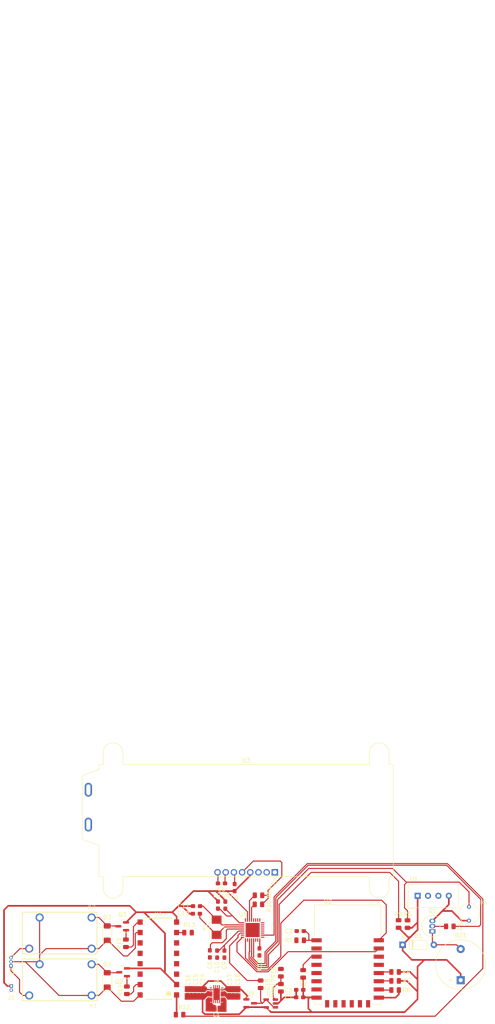
<source format=kicad_pcb>
(kicad_pcb (version 20221018) (generator pcbnew)
  (layers (0 "F.Cu" signal) (31 "B.Cu" signal) (34 "B.Paste" user) (35 "F.Paste" user) (36 "B.SilkS" user "B.Silkscreen") (37 "F.SilkS" user "F.Silkscreen") (38 "B.Mask" user) (39 "F.Mask" user) (44 "Edge.Cuts" user))
  (net 0 "")
  (net 1 "VDD")
  (net 2 "Net-(BZ1-+)")
  (net 3 "GND")
  (net 4 "Net-(U2-~{RST})")
  (net 5 "Net-(U3-VOUT)")
  (net 6 "Net-(U3-C1+)")
  (net 7 "Net-(U3-C1-)")
  (net 8 "Net-(U5-NRST)")
  (net 9 "VDDA")
  (net 10 "Net-(U5-PF0)")
  (net 11 "Net-(U5-PF1)")
  (net 12 "Net-(U5-NPOR)")
  (net 13 "+BATT")
  (net 15 "/COM_V1")
  (net 16 "Net-(D2-A)")
  (net 17 "Net-(D3-A)")
  (net 18 "Net-(D4-COM)")
  (net 19 "/Relay1_NO")
  (net 20 "/Relay2_NO")
  (net 21 "Net-(U6-L1_8)")
  (net 22 "Net-(U6-L2_6)")
  (net 23 "Net-(Q1-B)")
  (net 24 "Net-(Q2-B)")
  (net 25 "Net-(Q3-B)")
  (net 26 "Net-(U2-EN)")
  (net 27 "Data1")
  (net 28 "Net-(U2-GPIO0)")
  (net 29 "Data2")
  (net 30 "Net-(U2-GPIO2)")
  (net 31 "Net-(U2-GPIO15)")
  (net 32 "Data3")
  (net 33 "SCL")
  (net 34 "SDA")
  (net 35 "Data4")
  (net 36 "Net-(R12-Pad2)")
  (net 37 "Data5")
  (net 38 "Net-(R13-Pad2)")
  (net 39 "Net-(R14-Pad1)")
  (net 40 "Net-(R15-Pad1)")
  (net 41 "Net-(U8-+)")
  (net 42 "/VBAT_ADC")
  (net 57 "USART1_TX")
  (net 58 "USART1_RX")
  (footprint "Buzzer_Beeper:Buzzer_12x9.5RM7.6" (layer "F.Cu") (at 199.9234 115.4076 90)
    (fp_text reference "BZ1")
    (fp_text value "Buzzer")
  )
  (footprint "RF_Module:ESP-12E" (layer "F.Cu") (at 172.317 109.1718)
    (fp_text reference "U2")
    (fp_text value "ESP-12E")
  )
  (footprint "Capacitor_SMD:C_0603_1608Metric_Pad1.08x0.95mm_HandSolder" (layer "F.Cu") (at 144.7094 92.806 -90)
    (fp_text reference "C4")
    (fp_text value "1uf")
  )
  (footprint "Resistor_SMD:R_0805_2012Metric" (layer "F.Cu") (at 118.161 106.4042 90)
    (fp_text reference "R15")
    (fp_text value "470R")
  )
  (footprint "Capacitor_SMD:C_0603_1608Metric_Pad1.08x0.95mm_HandSolder" (layer "F.Cu") (at 150.7744 108.5088 90)
    (fp_text reference "C13")
    (fp_text value "0.1uf")
  )
  (footprint "Capacitor_SMD:C_0603_1608Metric_Pad1.08x0.95mm_HandSolder" (layer "F.Cu") (at 136.8793 118.5282 90)
    (fp_text reference "C14")
    (fp_text value "10 uF 1mR")
  )
  (footprint "Trans_footprint:OJ_OJE_Relay" (layer "F.Cu") (at 109.779 111.535 180)
    (fp_text reference "K1")
    (fp_text value "1461103-1")
  )
  (footprint "Capacitor_SMD:C_0603_1608Metric_Pad1.08x0.95mm_HandSolder" (layer "F.Cu") (at 142.2146 109.0433 -90)
    (fp_text reference "C9")
    (fp_text value "10nf")
  )
  (footprint "Sensor:Aosong_DHT11_5.5x12.0_P2.54mm" (layer "F.Cu") (at 189.4078 94.8082 90)
    (fp_text reference "U1")
    (fp_text value "DHT11")
  )
  (footprint "Diode_SMD:D_MiniMELF" (layer "F.Cu") (at 113.589 115.345 90)
    (fp_text reference "D2")
    (fp_text value "LL4148")
  )
  (footprint "Resistor_SMD:R_0805_2012Metric" (layer "F.Cu") (at 156.0124 117.2662 -90)
    (fp_text reference "R17")
    (fp_text value "100K")
  )
  (footprint "Capacitor_SMD:C_0603_1608Metric_Pad1.08x0.95mm_HandSolder" (layer "F.Cu") (at 160.613 117.7678 180)
    (fp_text reference "C3")
    (fp_text value "1uf")
  )
  (footprint "Diode_SMD:D_MiniMELF" (layer "F.Cu") (at 113.589 103.915 90)
    (fp_text reference "D3")
    (fp_text value "LL4148")
  )
  (footprint "Resistor_SMD:R_0805_2012Metric" (layer "F.Cu") (at 186.944 101.7189 90)
    (fp_text reference "R5")
    (fp_text value "1K")
  )
  (footprint "Capacitor_SMD:C_0603_1608Metric_Pad1.08x0.95mm_HandSolder" (layer "F.Cu") (at 160.613 119.5966 180)
    (fp_text reference "C1")
    (fp_text value "4,7uf")
  )
  (footprint "Capacitor_SMD:C_0603_1608Metric_Pad1.08x0.95mm_HandSolder" (layer "F.Cu") (at 145.3698 118.5373 90)
    (fp_text reference "C18")
    (fp_text value "100nF 1mR")
  )
  (footprint "Capacitor_SMD:C_0603_1608Metric_Pad1.08x0.95mm_HandSolder" (layer "F.Cu") (at 140.4366 109.0433 -90)
    (fp_text reference "C10")
    (fp_text value "1uf")
  )
  (footprint "Capacitor_SMD:C_0603_1608Metric_Pad1.08x0.95mm_HandSolder" (layer "F.Cu") (at 141.5034 91.79 180)
    (fp_text reference "C5")
    (fp_text value "1uf")
  )
  (footprint "Trans_footprint:SSO-16_P2.54" (layer "F.Cu") (at 130.5386 101.2334 180)
    (fp_text reference "U4")
    (fp_text value "LTV-844")
  )
  (footprint "Package_DFN_QFN:QFN-32-1EP_5x5mm_P0.5mm_EP3.45x3.45mm" (layer "F.Cu") (at 149.103 103.1684)
    (fp_text reference "U5")
    (fp_text value "STM32F038K6Ux")
  )
  (footprint "Resistor_SMD:R_0805_2012Metric" (layer "F.Cu") (at 151.0594 116.4026 -90)
    (fp_text reference "R18")
    (fp_text value "200R")
  )
  (footprint "Resistor_SMD:R_0805_2012Metric" (layer "F.Cu") (at 183.9067 115.5834 180)
    (fp_text reference "R7")
    (fp_text value "10K")
  )
  (footprint "Inductor_SMD:L_0603_1608Metric" (layer "F.Cu") (at 140.2829 122.389 180)
    (fp_text reference "L1")
    (fp_text value "1uH 57mR")
  )
  (footprint "Display:NHD-C0220BiZ" (layer "F.Cu") (at 147.5336 73.1778)
    (fp_text reference "U3")
    (fp_text value "NHD-C0220BIZ")
  )
  (footprint "Crystal:Crystal_SMD_5032-2Pin_5.0x3.2mm" (layer "F.Cu") (at 140.3096 102.4932 90)
    (fp_text reference "Y1")
    (fp_text value "ABM3-B.000MHZ-D2Y")
  )
  (footprint "Resistor_SMD:R_0805_2012Metric" (layer "F.Cu") (at 118.395 117.8739 90)
    (fp_text reference "R14")
    (fp_text value "470R")
  )
  (footprint "Package_TO_SOT_SMD:SOT-23" (layer "F.Cu") (at 117.2497 102.2548 180)
    (fp_text reference "Q3")
    (fp_text value "MMBT3904")
  )
  (footprint "Resistor_SMD:R_0805_2012Metric" (layer "F.Cu") (at 160.7165 105.6774)
    (fp_text reference "R1")
    (fp_text value "10K")
  )
  (footprint "Resistor_SMD:R_0805_2012Metric" (layer "F.Cu") (at 183.9048 113.399 180)
    (fp_text reference "R4")
    (fp_text value "10K")
  )
  (footprint "Resistor_SMD:R_0805_2012Metric" (layer "F.Cu") (at 133.3302 103.8042 180)
    (fp_text reference "R13")
    (fp_text value "470R")
  )
  (footprint "IC:IC_TPS63021DSJR" (layer "F.Cu") (at 140.3053 118.817)
    (fp_text reference "U6")
    (fp_text value "TPS63021DSJR")
  )
  (footprint "Diode_THT:D_DO-35_SOD27_P7.62mm_Horizontal" (layer "F.Cu") (at 185.7502 106.7716)
    (fp_text reference "D1")
    (fp_text value "1N4148")
  )
  (footprint "Resistor_SMD:R_0805_2012Metric" (layer "F.Cu") (at 131.2672 123.825 180)
    (fp_text reference "R12")
    (fp_text value "470R")
  )
  (footprint "Trans_footprint:OJ_OJE_Relay" (layer "F.Cu") (at 109.779 100.105 180)
    (fp_text reference "K2")
    (fp_text value "1461103-1")
  )
  (footprint "Package_TO_SOT_THT:TO-92_Inline" (layer "F.Cu") (at 193.0146 103.495 90)
    (fp_text reference "Q1")
    (fp_text value "BC547")
  )
  (footprint "Capacitor_SMD:C_0603_1608Metric_Pad1.08x0.95mm_HandSolder" (layer "F.Cu") (at 133.2471 118.5271 90)
    (fp_text reference "C16")
    (fp_text value "10 uF 1mR")
  )
  (footprint "Connector_PinHeader_1.00mm:PinHeader_1x02_P1.00mm_Vertical" (layer "F.Cu") (at 90.17 116.84)
    (fp_text reference "J1")
    (fp_text value "BAT")
  )
  (footprint "Resistor_SMD:R_0805_2012Metric" (layer "F.Cu") (at 161.4424 113.8682 90)
    (fp_text reference "R2")
    (fp_text value "10K")
  )
  (footprint "Resistor_SMD:R_0805_2012Metric" (layer "F.Cu") (at 197.27315 102.2758 180)
    (fp_text reference "R9")
    (fp_text value "1K")
  )
  (footprint "Resistor_SMD:R_0805_2012Metric" (layer "F.Cu") (at 150.5496 94.6912 180)
    (fp_text reference "R11")
    (fp_text value "10K")
  )
  (footprint "Package_TO_SOT_SMD:SOT-23" (layer "F.Cu") (at 117.4783 113.4816 180)
    (fp_text reference "Q2")
    (fp_text value "MMBT3904")
  )
  (footprint "Capacitor_SMD:C_0603_1608Metric_Pad1.08x0.95mm_HandSolder" (layer "F.Cu") (at 138.6586 108.9914 -90)
    (fp_text reference "C6")
    (fp_text value "100nf")
  )
  (footprint "Resistor_SMD:R_0805_2012Metric" (layer "F.Cu") (at 150.5223 96.901 180)
    (fp_text reference "R10")
    (fp_text value "10K")
  )
  (footprint "Capacitor_SMD:C_0603_1608Metric_Pad1.08x0.95mm_HandSolder" (layer "F.Cu") (at 135.0505 118.5282 90)
    (fp_text reference "C15")
    (fp_text value "10 uF 1mR")
  )
  (footprint "Package_TO_SOT_SMD:SOT-23-5" (layer "F.Cu") (at 153.5431 121.0914 180)
    (fp_text reference "U8")
    (fp_text value "INA180A1")
  )
  (footprint "Capacitor_SMD:C_0603_1608Metric_Pad1.08x0.95mm_HandSolder" (layer "F.Cu") (at 160.7368 103.4232 180)
    (fp_text reference "C2")
    (fp_text value "100uf")
  )
  (footprint "Connector_PinHeader_1.00mm:PinHeader_1x03_P1.00mm_Vertical" (layer "F.Cu") (at 90.094 111.9 180)
    (fp_text reference "J3")
    (fp_text value "V1")
  )
  (footprint "Capacitor_SMD:C_0603_1608Metric_Pad1.08x0.95mm_HandSolder" (layer "F.Cu") (at 142.4432 97.1031 90)
    (fp_text reference "C8")
    (fp_text value "100nf")
  )
  (footprint "Capacitor_SMD:C_0603_1608Metric_Pad1.08x0.95mm_HandSolder" (layer "F.Cu") (at 135.3566 99.187 180)
    (fp_text reference "C12")
    (fp_text value "18pf")
  )
  (footprint "Capacitor_SMD:C_0603_1608Metric_Pad1.08x0.95mm_HandSolder" (layer "F.Cu") (at 135.4074 97.3328 180)
    (fp_text reference "C11")
    (fp_text value "18pf")
  )
  (footprint "Trans_footprint:LDR" (layer "F.Cu") (at 201.9554 97.477 180)
    (fp_text reference "R6")
    (fp_text value "LDR1")
  )
  (footprint "Resistor_SMD:R_0805_2012Metric" (layer "F.Cu") (at 183.9048 117.8186)
    (fp_text reference "R8")
    (fp_text value "10K")
  )
  (footprint "Resistor_SMD:R_0805_2012Metric" (layer "F.Cu") (at 156.0124 113.5851 -90)
    (fp_text reference "R16")
    (fp_text value "100K")
  )
  (footprint "Capacitor_SMD:C_0603_1608Metric_Pad1.08x0.95mm_HandSolder" (layer "F.Cu") (at 140.6398 97.0777 90)
    (fp_text reference "C7")
    (fp_text value "4,7uf")
  )
  (footprint "Capacitor_SMD:C_0603_1608Metric_Pad1.08x0.95mm_HandSolder" (layer "F.Cu") (at 143.414 118.5362 90)
    (fp_text reference "C17")
    (fp_text value "22uF 1mR")
  )
  (footprint "Package_TO_SOT_SMD:SOT-23" (layer "F.Cu") (at 148.5206 121.0464)
    (fp_text reference "D4")
    (fp_text value "BAT54S")
  )
  (footprint "Resistor_SMD:R_0805_2012Metric" (layer "F.Cu") (at 184.7596 101.6935 90)
    (fp_text reference "R3")
    (fp_text value "5K")
  )
  (segment (start 161.4424 117.7347) (end 161.4755 117.7678) (width 0.26) (layer "F.Cu") (net 1))
  (segment (start 161.4755 117.7678) (end 161.4755 119.5966) (width 0.4) (layer "F.Cu") (net 1))
  (segment (start 155.8544 86.3346) (end 156.2354 86.7156) (width 0.26) (layer "F.Cu") (net 1))
  (segment (start 196.5198 110.4546) (end 199.9234 113.8582) (width 0.4) (layer "F.Cu") (net 1))
  (segment (start 184.8173 113.399) (end 187.5528 113.399) (width 0.4) (layer "F.Cu") (net 1))
  (segment (start 152.8572 93.5228) (end 152.8572 94.6912) (width 0.26) (layer "F.Cu") (net 1))
  (segment (start 161.4755 119.5966) (end 163.0736 119.5966) (width 0.4) (layer "F.Cu") (net 1))
  (segment (start 143.8656 99.7458) (end 144.0445 99.5669) (width 0.26) (layer "F.Cu") (net 1))
  (segment (start 187.0837 104.9301) (end 187.5917 104.9301) (width 0.4) (layer "F.Cu") (net 1))
  (segment (start 187.5917 104.9301) (end 185.7502 106.7716) (width 0.4) (layer "F.Cu") (net 1))
  (segment (start 145.896 101.4184) (end 146.6655 101.4184) (width 0.26) (layer "F.Cu") (net 1))
  (segment (start 163.0736 119.5966) (end 164.6418 119.5966) (width 0.4) (layer "F.Cu") (net 1))
  (segment (start 184.7596 102.606) (end 187.0837 104.9301) (width 0.4) (layer "F.Cu") (net 1))
  (segment (start 136.8793 123.1887) (end 137.414 123.7234) (width 0.4) (layer "F.Cu") (net 1))
  (segment (start 152.3606 121.9964) (end 152.4056 122.0414) (width 0.4) (layer "F.Cu") (net 1))
  (segment (start 189.388 115.2342) (end 189.388 112.1) (width 0.4) (layer "F.Cu") (net 1))
  (segment (start 185.7502 106.7716) (end 185.7502 108.194) (width 0.4) (layer "F.Cu") (net 1))
  (segment (start 163.5816 123.2098) (end 153.574 123.2098) (width 0.4) (layer "F.Cu") (net 1))
  (segment (start 146.5336 89.0778) (end 149.2768 86.3346) (width 0.26) (layer "F.Cu") (net 1))
  (segment (start 152.8572 94.6912) (end 151.4621 94.6912) (width 0.26) (layer "F.Cu") (net 1))
  (segment (start 189.4078 103.114) (end 187.5917 104.9301) (width 0.4) (layer "F.Cu") (net 1))
  (segment (start 184.8192 115.5834) (end 186.7654 115.5834) (width 0.4) (layer "F.Cu") (net 1))
  (segment (start 162.718 122.3462) (end 163.5816 123.2098) (width 0.4) (layer "F.Cu") (net 1))
  (segment (start 189.4078 101.2598) (end 189.4078 103.114) (width 0.4) (layer "F.Cu") (net 1))
  (segment (start 152.908 95.4278) (end 152.908 94.742) (width 0.26) (layer "F.Cu") (net 1))
  (segment (start 189.4078 94.8082) (end 189.4078 101.2598) (width 0.4) (layer "F.Cu") (net 1))
  (segment (start 189.388 120.0602) (end 189.388 118.206) (width 0.4) (layer "F.Cu") (net 1))
  (segment (start 187.5528 113.399) (end 189.388 115.2342) (width 0.4) (layer "F.Cu") (net 1))
  (segment (start 188.0108 110.4546) (end 191.0334 110.4546) (width 0.4) (layer "F.Cu") (net 1))
  (segment (start 163.0736 119.5966) (end 162.718 119.9522) (width 0.4) (layer "F.Cu") (net 1))
  (segment (start 151.4348 96.901) (end 152.908 95.4278) (width 0.26) (layer "F.Cu") (net 1))
  (segment (start 145.8561 123.7234) (end 147.5831 121.9964) (width 0.4) (layer "F.Cu") (net 1))
  (segment (start 163.5816 123.2098) (end 186.2384 123.2098) (width 0.4) (layer "F.Cu") (net 1))
  (segment (start 142.4432 97.9656) (end 144.0445 99.5669) (width 0.26) (layer "F.Cu") (net 1))
  (segment (start 152.908 94.742) (end 152.8572 94.6912) (width 0.26) (layer "F.Cu") (net 1))
  (segment (start 140.9932 97.9402) (end 142.7988 99.7458) (width 0.26) (layer "F.Cu") (net 1))
  (segment (start 144.0445 99.5669) (end 145.896 101.4184) (width 0.26) (layer "F.Cu") (net 1))
  (segment (start 147.5831 121.9964) (end 152.3606 121.9964) (width 0.4) (layer "F.Cu") (net 1))
  (segment (start 156.2354 90.1446) (end 152.8572 93.5228) (width 0.26) (layer "F.Cu") (net 1))
  (segment (start 164.6418 119.5966) (end 164.717 119.6718) (width 0.4) (layer "F.Cu") (net 1))
  (segment (start 185.7502 108.194) (end 188.0108 110.4546) (width 0.4) (layer "F.Cu") (net 1))
  (segment (start 186.7654 115.5834) (end 189.388 118.206) (width 0.4) (layer "F.Cu") (net 1))
  (segment (start 161.4424 114.7807) (end 161.4424 117.7347) (width 0.26) (layer "F.Cu") (net 1))
  (segment (start 153.574 123.2098) (end 152.4056 122.0414) (width 0.4) (layer "F.Cu") (net 1))
  (segment (start 188.0362 102.6314) (end 189.4078 101.2598) (width 0.4) (layer "F.Cu") (net 1))
  (segment (start 136.8793 119.3907) (end 136.8793 123.1887) (width 0.4) (layer "F.Cu") (net 1))
  (segment (start 191.0334 110.4546) (end 196.5198 110.4546) (width 0.4) (layer "F.Cu") (net 1))
  (segment (start 149.2768 86.3346) (end 155.8544 86.3346) (width 0.26) (layer "F.Cu") (net 1))
  (segment (start 140.6398 97.9402) (end 140.9932 97.9402) (width 0.26) (layer "F.Cu") (net 1))
  (segment (start 199.9234 113.8582) (end 199.9234 115.4076) (width 0.4) (layer "F.Cu") (net 1))
  (segment (start 142.7988 99.7458) (end 143.8656 99.7458) (width 0.26) (layer "F.Cu") (net 1))
  (segment (start 162.718 119.9522) (end 162.718 122.3462) (width 0.4) (layer "F.Cu") (net 1))
  (segment (start 189.388 115.2342) (end 189.388 118.206) (width 0.4) (layer "F.Cu") (net 1))
  (segment (start 186.2384 123.2098) (end 189.388 120.0602) (width 0.4) (layer "F.Cu") (net 1))
  (segment (start 156.2354 86.7156) (end 156.2354 90.1446) (width 0.26) (layer "F.Cu") (net 1))
  (segment (start 186.944 102.6314) (end 188.0362 102.6314) (width 0.4) (layer "F.Cu") (net 1))
  (segment (start 137.414 123.7234) (end 145.8561 123.7234) (width 0.4) (layer "F.Cu") (net 1))
  (segment (start 189.388 112.1) (end 191.0334 110.4546) (width 0.4) (layer "F.Cu") (net 1))
  (segment (start 193.3702 106.7716) (end 198.8874 106.7716) (width 0.26) (layer "F.Cu") (net 2))
  (segment (start 198.8874 106.7716) (end 199.9234 107.8076) (width 0.26) (layer "F.Cu") (net 2))
  (segment (start 193.0146 106.416) (end 193.3702 106.7716) (width 0.26) (layer "F.Cu") (net 2))
  (segment (start 193.0146 103.495) (end 193.0146 106.416) (width 0.26) (layer "F.Cu") (net 2))
  (segment (start 195.3133 98.6563) (end 193.0146 100.955) (width 0.4) (layer "F.Cu") (net 3))
  (segment (start 118.1872 101.3048) (end 120.6662 98.8258) (width 0.4) (layer "F.Cu") (net 3))
  (segment (start 156.0124 120.422099) (end 156.837899 119.5966) (width 0.4) (layer "F.Cu") (net 3))
  (segment (start 154.6806 121.0914) (end 155.343099 121.0914) (width 0.4) (layer "F.Cu") (net 3))
  (segment (start 122.555 98.8258) (end 129.4948 98.8258) (width 0.4) (layer "F.Cu") (net 3))
  (segment (start 148.5336 89.0778) (end 148.5336 89.8443) (width 0.4) (layer "F.Cu") (net 3))
  (segment (start 200.1248 100.877) (end 197.7644 98.5166) (width 0.4) (layer "F.Cu") (net 3))
  (segment (start 155.343099 121.0914) (end 156.0124 120.422099) (width 0.4) (layer "F.Cu") (net 3))
  (segment (start 197.0278 94.8082) (end 197.0278 96.9418) (width 0.4) (layer "F.Cu") (net 3))
  (segment (start 184.0106 119.6718) (end 179.917 119.6718) (width 0.4) (layer "F.Cu") (net 3))
  (segment (start 140.6398 96.2152) (end 140.6398 96.0815) (width 0.4) (layer "F.Cu") (net 3))
  (segment (start 130.3909 97.9297) (end 132.9817 95.3389) (width 0.4) (layer "F.Cu") (net 3))
  (segment (start 142.4432 96.2406) (end 142.4432 95.9799) (width 0.4) (layer "F.Cu") (net 3))
  (segment (start 130.5386 99.8696) (end 130.5386 101.2334) (width 0.4) (layer "F.Cu") (net 3))
  (segment (start 122.555 98.8258) (end 127.6953 103.9661) (width 0.4) (layer "F.Cu") (net 3))
  (segment (start 118.4158 112.5316) (end 126.5968 112.5316) (width 0.4) (layer "F.Cu") (net 3))
  (segment (start 147.853 98.7227) (end 142.7988 93.6685) (width 0.26) (layer "F.Cu") (net 3))
  (segment (start 132.9817 95.3389) (end 134.6521 93.6685) (width 0.4) (layer "F.Cu") (net 3))
  (segment (start 88.392 116.0272) (end 88.392 98.2726) (width 0.4) (layer "F.Cu") (net 3))
  (segment (start 148.5336 89.8443) (end 144.7094 93.6685) (width 0.4) (layer "F.Cu") (net 3))
  (segment (start 201.9554 100.877) (end 200.1248 100.877) (width 0.4) (layer "F.Cu") (net 3))
  (segment (start 142.367 93.6685) (end 142.7988 93.6685) (width 0.4) (layer "F.Cu") (net 3))
  (segment (start 134.5449 97.3328) (end 131.8768 97.3328) (width 0.4) (layer "F.Cu") (net 3))
  (segment (start 136.8793 117.6657) (end 136.8793 117.0445) (width 0.4) (layer "F.Cu") (net 3))
  (segment (start 89.2048 116.84) (end 88.392 116.0272) (width 0.4) (layer "F.Cu") (net 3))
  (segment (start 134.4941 99.187) (end 133.731 99.187) (width 0.4) (layer "F.Cu") (net 3))
  (segment (start 138.303 115.6208) (end 141.3611 115.6208) (width 0.4) (layer "F.Cu") (net 3))
  (segment (start 129.4948 98.8258) (end 130.5386 99.8696) (width 0.4) (layer "F.Cu") (net 3))
  (segment (start 127.6953 113.6301) (end 130.5386 116.4734) (width 0.4) (layer "F.Cu") (net 3))
  (segment (start 138.2268 93.6685) (end 140.1318 93.6685) (width 0.4) (layer "F.Cu") (net 3))
  (segment (start 131.8768 97.3328) (end 130.9878 97.3328) (width 0.4) (layer "F.Cu") (net 3))
  (segment (start 133.731 99.187) (end 131.8768 97.3328) (width 0.4) (layer "F.Cu") (net 3))
  (segment (start 159.7505 119.5966) (end 159.7505 117.7678) (width 0.4) (layer "F.Cu") (net 3))
  (segment (start 142.7988 93.6685) (end 144.7094 93.6685) (width 0.4) (layer "F.Cu") (net 3))
  (segment (start 156.0124 120.422099) (end 156.0124 118.1787) (width 0.4) (layer "F.Cu") (net 3))
  (segment (start 89.408 97.2566) (end 119.097 97.2566) (width 0.4) (layer "F.Cu") (net 3))
  (segment (start 140.6398 96.0815) (end 138.2268 93.6685) (width 0.4) (layer "F.Cu") (net 3))
  (segment (start 147.5831 119.5233) (end 147.5831 120.0964) (width 0.4) (layer "F.Cu") (net 3))
  (segment (start 127.6953 103.9661) (end 127.6953 113.6301) (width 0.4) (layer "F.Cu") (net 3))
  (segment (start 126.5968 112.5316) (end 127.6953 113.6301) (width 0.4) (layer "F.Cu") (net 3))
  (segment (start 184.8173 117.8186) (end 184.8173 118.8651) (width 0.4) (layer "F.Cu") (net 3))
  (segment (start 156.837899 119.5966) (end 159.7505 119.5966) (width 0.4) (layer "F.Cu") (net 3))
  (segment (start 147.853 100.7309) (end 147.853 98.7227) (width 0.26) (layer "F.Cu") (net 3))
  (segment (start 141.3611 115.6208) (end 143.414 117.6737) (width 0.4) (layer "F.Cu") (net 3))
  (segment (start 184.8173 118.8651) (end 184.0106 119.6718) (width 0.4) (layer "F.Cu") (net 3))
  (segment (start 197.0278 96.9418) (end 195.3133 98.6563) (width 0.4) (layer "F.Cu") (net 3))
  (segment (start 136.8793 117.0445) (end 138.303 115.6208) (width 0.4) (layer "F.Cu") (net 3))
  (segment (start 129.4948 98.8258) (end 130.3909 97.9297) (width 0.4) (layer "F.Cu") (net 3))
  (segment (start 197.7644 98.5166) (end 195.453 98.5166) (width 0.4) (layer "F.Cu") (net 3))
  (segment (start 195.453 98.5166) (end 195.3133 98.6563) (width 0.4) (layer "F.Cu") (net 3))
  (segment (start 119.097 97.2566) (end 120.6662 98.8258) (width 0.4) (layer "F.Cu") (net 3))
  (segment (start 147.8534 119.253) (end 147.5831 119.5233) (width 0.4) (layer "F.Cu") (net 3))
  (segment (start 146.2752 117.6748) (end 147.8534 119.253) (width 0.4) (layer "F.Cu") (net 3))
  (segment (start 120.6662 98.8258) (end 122.555 98.8258) (width 0.4) (layer "F.Cu") (net 3))
  (segment (start 130.9878 97.3328) (end 130.3909 97.9297) (width 0.4) (layer "F.Cu") (net 3))
  (segment (start 88.392 98.2726) (end 89.408 97.2566) (width 0.4) (layer "F.Cu") (net 3))
  (segment (start 134.6521 93.6685) (end 138.2268 93.6685) (width 0.4) (layer "F.Cu") (net 3))
  (segment (start 90.17 116.84) (end 89.2048 116.84) (width 0.4) (layer "F.Cu") (net 3))
  (segment (start 142.4432 95.9799) (end 140.1318 93.6685) (width 0.4) (layer "F.Cu") (net 3))
  (segment (start 140.1318 93.6685) (end 142.367 93.6685) (width 0.4) (layer "F.Cu") (net 3))
  (segment (start 145.3698 117.6748) (end 146.2752 117.6748) (width 0.4) (layer "F.Cu") (net 3))
  (segment (start 162.845 105.6774) (end 164.7114 105.6774) (width 0.26) (layer "F.Cu") (net 4))
  (segment (start 162.0576 103.4232) (end 162.845 104.2106) (width 0.26) (layer "F.Cu") (net 4))
  (segment (start 162.845 104.2106) (end 162.845 105.6774) (width 0.26) (layer "F.Cu") (net 4))
  (segment (start 164.7114 105.6774) (end 164.717 105.6718) (width 0.2) (layer "F.Cu") (net 4))
  (segment (start 161.5993 103.4232) (end 162.0576 103.4232) (width 0.2) (layer "F.Cu") (net 4))
  (segment (start 161.629 105.6774) (end 162.845 105.6774) (width 0.26) (layer "F.Cu") (net 4))
  (segment (start 144.7094 89.2068) (end 144.717 89.1992) (width 0.2) (layer "F.Cu") (net 5))
  (segment (start 144.7094 91.9435) (end 144.7094 89.2068) (width 0.26) (layer "F.Cu") (net 5))
  (segment (start 142.3659 91.79) (end 142.3659 89.5503) (width 0.26) (layer "F.Cu") (net 6))
  (segment (start 142.3659 89.5503) (end 142.717 89.1992) (width 0.2) (layer "F.Cu") (net 6))
  (segment (start 140.6409 89.2753) (end 140.717 89.1992) (width 0.2) (layer "F.Cu") (net 7))
  (segment (start 140.6409 91.79) (end 140.6409 89.2753) (width 0.26) (layer "F.Cu") (net 7))
  (segment (start 138.7856 108.1035) (end 138.7856 106.7562) (width 0.26) (layer "F.Cu") (net 8))
  (segment (start 142.6718 103.251) (end 143.0044 102.9184) (width 0.26) (layer "F.Cu") (net 8))
  (segment (start 143.0044 102.9184) (end 146.6655 102.9184) (width 0.26) (layer "F.Cu") (net 8))
  (segment (start 141.7066 106.2736) (end 142.6718 105.3084) (width 0.26) (layer "F.Cu") (net 8))
  (segment (start 142.6718 105.3084) (end 142.6718 103.251) (width 0.26) (layer "F.Cu") (net 8))
  (segment (start 138.7856 106.7562) (end 139.2682 106.2736) (width 0.26) (layer "F.Cu") (net 8))
  (segment (start 139.2682 106.2736) (end 141.7066 106.2736) (width 0.26) (layer "F.Cu") (net 8))
  (segment (start 142.2146 106.8578) (end 142.2146 108.1808) (width 0.26) (layer "F.Cu") (net 9))
  (segment (start 140.4366 108.1808) (end 140.8916 108.1808) (width 0.26) (layer "F.Cu") (net 9))
  (segment (start 140.8916 108.1808) (end 142.2146 106.8578) (width 0.26) (layer "F.Cu") (net 9))
  (segment (start 145.654 103.4184) (end 142.2146 106.8578) (width 0.26) (layer "F.Cu") (net 9))
  (segment (start 146.6655 103.4184) (end 145.654 103.4184) (width 0.26) (layer "F.Cu") (net 9))
  (segment (start 141.7568 101.9184) (end 146.6655 101.9184) (width 0.26) (layer "F.Cu") (net 10))
  (segment (start 141.5848 101.9184) (end 141.7568 101.9184) (width 0.26) (layer "F.Cu") (net 10))
  (segment (start 136.2699 97.3328) (end 136.9992 97.3328) (width 0.26) (layer "F.Cu") (net 10))
  (segment (start 136.9992 97.3328) (end 140.3096 100.6432) (width 0.26) (layer "F.Cu") (net 10))
  (segment (start 140.3096 100.6432) (end 141.5848 101.9184) (width 0.26) (layer "F.Cu") (net 10))
  (segment (start 140.3096 104.3432) (end 140.3392 104.3432) (width 0.2) (layer "F.Cu") (net 11))
  (segment (start 144.821 102.4184) (end 144.9324 102.4184) (width 0.2) (layer "F.Cu") (net 11))
  (segment (start 140.3392 104.3432) (end 142.2696 102.4128) (width 0.26) (layer "F.Cu") (net 11))
  (segment (start 136.2191 100.2527) (end 140.3096 104.3432) (width 0.26) (layer "F.Cu") (net 11))
  (segment (start 142.2696 102.4128) (end 144.9268 102.4128) (width 0.26) (layer "F.Cu") (net 11))
  (segment (start 144.9324 102.4184) (end 146.6655 102.4184) (width 0.26) (layer "F.Cu") (net 11))
  (segment (start 144.9268 102.4128) (end 144.9324 102.4184) (width 0.2) (layer "F.Cu") (net 11))
  (segment (start 136.2191 99.187) (end 136.2191 100.2527) (width 0.26) (layer "F.Cu") (net 11))
  (segment (start 150.853 105.6059) (end 150.853 107.5677) (width 0.26) (layer "F.Cu") (net 12))
  (segment (start 150.853 107.5677) (end 150.7744 107.6463) (width 0.26) (layer "F.Cu") (net 12))
  (segment (start 120.7372 103.7734) (end 121.6286 103.7734) (width 0.26) (layer "F.Cu") (net 15))
  (segment (start 109.779 119.135) (end 111.549 119.135) (width 0.26) (layer "F.Cu") (net 15))
  (segment (start 109.779 119.135) (end 101.8142 119.135) (width 0.26) (layer "F.Cu") (net 15))
  (segment (start 113.7534 105.665) (end 117.5822 109.4938) (width 0.26) (layer "F.Cu") (net 15))
  (segment (start 117.0368 120.5428) (end 120.046 120.5428) (width 0.26) (layer "F.Cu") (net 15))
  (segment (start 111.549 119.135) (end 113.589 117.095) (width 0.26) (layer "F.Cu") (net 15))
  (segment (start 120.046 120.5428) (end 121.5754 119.0134) (width 0.26) (layer "F.Cu") (net 15))
  (segment (start 109.779 107.705) (end 98.6646 107.705) (width 0.26) (layer "F.Cu") (net 15))
  (segment (start 120.4524 104.0582) (end 120.7372 103.7734) (width 0.26) (layer "F.Cu") (net 15))
  (segment (start 118.5474 109.4938) (end 120.4524 107.5888) (width 0.26) (layer "F.Cu") (net 15))
  (segment (start 111.549 107.705) (end 113.589 105.665) (width 0.26) (layer "F.Cu") (net 15))
  (segment (start 113.589 117.095) (end 117.0368 120.5428) (width 0.26) (layer "F.Cu") (net 15))
  (segment (start 97.079 111.535) (end 97.079 109.2906) (width 0.26) (layer "F.Cu") (net 15))
  (segment (start 96.4404 110.8964) (end 96.444 110.9) (width 0.25) (layer "F.Cu") (net 15))
  (segment (start 90.094 110.9) (end 93.5792 110.9) (width 0.26) (layer "F.Cu") (net 15))
  (segment (start 93.5792 110.9) (end 93.5828 110.8964) (width 0.25) (layer "F.Cu") (net 15))
  (segment (start 117.5822 109.4938) (end 118.5474 109.4938) (width 0.26) (layer "F.Cu") (net 15))
  (segment (start 113.589 105.665) (end 113.7534 105.665) (width 0.2) (layer "F.Cu") (net 15))
  (segment (start 120.4524 107.5888) (end 120.4524 104.0582) (width 0.26) (layer "F.Cu") (net 15))
  (segment (start 121.5754 119.0134) (end 121.6286 119.0134) (width 0.2) (layer "F.Cu") (net 15))
  (segment (start 97.079 109.2906) (end 97.079 100.105) (width 0.26) (layer "F.Cu") (net 15))
  (segment (start 101.8142 119.135) (end 93.5792 110.9) (width 0.26) (layer "F.Cu") (net 15))
  (segment (start 97.079 111.535) (end 96.444 110.9) (width 0.2) (layer "F.Cu") (net 15))
  (segment (start 109.779 107.705) (end 111.549 107.705) (width 0.26) (layer "F.Cu") (net 15))
  (segment (start 98.6646 107.705) (end 97.079 109.2906) (width 0.26) (layer "F.Cu") (net 15))
  (segment (start 93.5828 110.8964) (end 96.4404 110.8964) (width 0.25) (layer "F.Cu") (net 15))
  (segment (start 97.017 111.535) (end 97.079 111.535) (width 0.2) (layer "B.Cu") (net 15))
  (segment (start 111.529 111.535) (end 113.589 113.595) (width 0.26) (layer "F.Cu") (net 16))
  (segment (start 113.589 113.595) (end 116.4274 113.595) (width 0.26) (layer "F.Cu") (net 16))
  (segment (start 109.779 111.535) (end 111.529 111.535) (width 0.26) (layer "F.Cu") (net 16))
  (segment (start 116.4274 113.595) (end 116.5408 113.4816) (width 0.2) (layer "F.Cu") (net 16))
  (segment (start 111.529 100.105) (end 113.589 102.165) (width 0.26) (layer "F.Cu") (net 17))
  (segment (start 116.2224 102.165) (end 116.3122 102.2548) (width 0.2) (layer "F.Cu") (net 17))
  (segment (start 109.779 100.105) (end 111.529 100.105) (width 0.26) (layer "F.Cu") (net 17))
  (segment (start 116.1716 102.1142) (end 116.3122 102.2548) (width 0.2) (layer "F.Cu") (net 17))
  (segment (start 113.589 102.165) (end 116.2224 102.165) (width 0.26) (layer "F.Cu") (net 17))
  (segment (start 152.7806 120.1414) (end 152.4056 120.1414) (width 0.2) (layer "F.Cu") (net 18))
  (segment (start 151.0594 120.6052) (end 151.5006 121.0464) (width 0.26) (layer "F.Cu") (net 18))
  (segment (start 151.0594 117.3151) (end 151.0594 120.6052) (width 0.26) (layer "F.Cu") (net 18))
  (segment (start 149.4581 121.0464) (end 151.5006 121.0464) (width 0.26) (layer "F.Cu") (net 18))
  (segment (start 152.4056 120.1414) (end 154.3056 122.0414) (width 0.26) (layer "F.Cu") (net 18))
  (segment (start 154.3056 122.0414) (end 154.6806 122.0414) (width 0.2) (layer "F.Cu") (net 18))
  (segment (start 151.5006 121.0464) (end 152.4056 120.1414) (width 0.26) (layer "F.Cu") (net 18))
  (segment (start 93.0566 119.135) (end 94.539 119.135) (width 0.26) (layer "F.Cu") (net 19))
  (segment (start 92.1822 118.333) (end 93.0204 119.1712) (width 0.26) (layer "F.Cu") (net 19))
  (segment (start 90.094 111.9) (end 90.094 113.146) (width 0.26) (layer "F.Cu") (net 19))
  (segment (start 93.0204 119.1712) (end 93.0566 119.135) (width 0.2) (layer "F.Cu") (net 19))
  (segment (start 90.094 113.146) (end 92.1822 115.2342) (width 0.26) (layer "F.Cu") (net 19))
  (segment (start 92.1822 115.2342) (end 92.1822 118.333) (width 0.26) (layer "F.Cu") (net 19))
  (segment (start 92.289 107.705) (end 94.539 107.705) (width 0.26) (layer "F.Cu") (net 20))
  (segment (start 90.094 109.9) (end 92.289 107.705) (width 0.26) (layer "F.Cu") (net 20))
  (segment (start 141.7053 120.317) (end 141.8166 120.317) (width 0.2) (layer "F.Cu") (net 21))
  (segment (start 193.17375 102.2758) (end 193.12295 102.225) (width 0.26) (layer "F.Cu") (net 23))
  (segment (start 196.36065 102.2758) (end 193.17375 102.2758) (width 0.26) (layer "F.Cu") (net 23))
  (segment (start 118.4158 114.4316) (end 118.4158 116.9406) (width 0.26) (layer "F.Cu") (net 24))
  (segment (start 118.4158 116.9406) (end 118.395 116.9614) (width 0.2) (layer "F.Cu") (net 24))
  (segment (start 118.1872 103.2048) (end 118.1872 105.4655) (width 0.26) (layer "F.Cu") (net 25))
  (segment (start 118.1872 105.4655) (end 118.161 105.4917) (width 0.2) (layer "F.Cu") (net 25))
  (segment (start 161.4424 112.9557) (end 161.4424 111.6464) (width 0.26) (layer "F.Cu") (net 26))
  (segment (start 161.4424 111.6464) (end 163.417 109.6718) (width 0.26) (layer "F.Cu") (net 26))
  (segment (start 163.417 109.6718) (end 164.717 109.6718) (width 0.26) (layer "F.Cu") (net 26))
  (segment (start 164.7104 109.6652) (end 164.717 109.6718) (width 0.2) (layer "F.Cu") (net 26))
  (segment (start 148.353 108.3172) (end 148.353 105.6059) (width 0.26) (layer "F.Cu") (net 27))
  (segment (start 148.252599 108.597601) (end 148.443 108.4072) (width 0.26) (layer "F.Cu") (net 27))
  (segment (start 163.3982 89.1032) (end 155.582201 96.919199) (width 0.26) (layer "F.Cu") (net 27))
  (segment (start 152.722227 112.347801) (end 150.304145 112.347801) (width 0.26) (layer "F.Cu") (net 27))
  (segment (start 184.7596 100.781) (end 184.7596 91.2876) (width 0.26) (layer "F.Cu") (net 27))
  (segment (start 152.966 112.104028) (end 152.722227 112.347801) (width 0.26) (layer "F.Cu") (net 27))
  (segment (start 148.252599 110.296255) (end 148.252599 108.597601) (width 0.26) (layer "F.Cu") (net 27))
  (segment (start 152.966 109.1692) (end 152.966 112.104028) (width 0.26) (layer "F.Cu") (net 27))
  (segment (start 184.7596 91.2876) (end 182.5752 89.1032) (width 0.26) (layer "F.Cu") (net 27))
  (segment (start 155.582201 106.552999) (end 152.966 109.1692) (width 0.26) (layer "F.Cu") (net 27))
  (segment (start 155.582201 96.919199) (end 155.582201 106.552999) (width 0.26) (layer "F.Cu") (net 27))
  (segment (start 182.5752 89.1032) (end 163.3982 89.1032) (width 0.26) (layer "F.Cu") (net 27))
  (segment (start 148.443 108.4072) (end 148.353 108.3172) (width 0.26) (layer "F.Cu") (net 27))
  (segment (start 150.304145 112.347801) (end 148.252599 110.296255) (width 0.26) (layer "F.Cu") (net 27))
  (segment (start 180.1898 113.399) (end 179.917 113.6718) (width 0.2) (layer "F.Cu") (net 28))
  (segment (start 182.9923 113.399) (end 180.1898 113.399) (width 0.26) (layer "F.Cu") (net 28))
  (segment (start 201.9554 97.477) (end 201.9554 93.8684) (width 0.26) (layer "F.Cu") (net 29))
  (segment (start 152.5524 111.9378) (end 152.556 111.9342) (width 0.26) (layer "F.Cu") (net 29))
  (segment (start 152.556 108.678628) (end 155.172201 106.062427) (width 0.26) (layer "F.Cu") (net 29))
  (segment (start 186.944 98.4912) (end 186.944 100.8064) (width 0.26) (layer "F.Cu") (net 29))
  (segment (start 148.662599 109.786773) (end 148.662599 110.126427) (width 0.26) (layer "F.Cu") (net 29))
  (segment (start 155.172201 95.779799) (end 162.814 88.138) (width 0.26) (layer "F.Cu") (net 29))
  (segment (start 201.9554 93.8684) (end 199.5678 91.4808) (width 0.26) (layer "F.Cu") (net 29))
  (segment (start 186.817 91.4808) (end 186.2074 92.0904) (width 0.26) (layer "F.Cu") (net 29))
  (segment (start 152.556 111.9342) (end 152.556 108.678628) (width 0.26) (layer "F.Cu") (net 29))
  (segment (start 148.662599 110.126427) (end 150.397772 111.8616) (width 0.26) (layer "F.Cu") (net 29))
  (segment (start 186.2074 92.0904) (end 186.2074 97.7546) (width 0.26) (layer "F.Cu") (net 29))
  (segment (start 162.814 88.138) (end 183.2864 88.138) (width 0.26) (layer "F.Cu") (net 29))
  (segment (start 148.853 105.6059) (end 148.853 109.596372) (width 0.26) (layer "F.Cu") (net 29))
  (segment (start 186.6292 91.4808) (end 186.817 91.4808) (width 0.26) (layer "F.Cu") (net 29))
  (segment (start 152.4762 111.8616) (end 152.5524 111.9378) (width 0.26) (layer "F.Cu") (net 29))
  (segment (start 186.2074 97.7546) (end 186.944 98.4912) (width 0.26) (layer "F.Cu") (net 29))
  (segment (start 148.853 109.596372) (end 148.662599 109.786773) (width 0.26) (layer "F.Cu") (net 29))
  (segment (start 150.397772 111.8616) (end 152.4762 111.8616) (width 0.26) (layer "F.Cu") (net 29))
  (segment (start 183.2864 88.138) (end 186.6292 91.4808) (width 0.26) (layer "F.Cu") (net 29))
  (segment (start 199.5678 91.4808) (end 186.817 91.4808) (width 0.26) (layer "F.Cu") (net 29))
  (segment (start 155.172201 106.062427) (end 155.172201 95.779799) (width 0.26) (layer "F.Cu") (net 29))
  (segment (start 182.9942 115.5834) (end 180.0054 115.5834) (width 0.26) (layer "F.Cu") (net 30))
  (segment (start 180.0054 115.5834) (end 179.917 115.6718) (width 0.2) (layer "F.Cu") (net 30))
  (segment (start 182.9923 117.8186) (end 180.0638 117.8186) (width 0.26) (layer "F.Cu") (net 31))
  (segment (start 180.0638 117.8186) (end 179.917 117.6718) (width 0.2) (layer "F.Cu") (net 31))
  (segment (start 152.146 108.5088) (end 152.146 111.3536) (width 0.26) (layer "F.Cu") (net 32))
  (segment (start 149.353 109.6762) (end 149.353 105.6059) (width 0.26) (layer "F.Cu") (net 32))
  (segment (start 198.18565 102.2758) (end 204.4038 102.2758) (width 0.26) (layer "F.Cu") (net 32))
  (segment (start 204.8002 95.6564) (end 196.4944 87.3506) (width 0.26) (layer "F.Cu") (net 32))
  (segment (start 149.0726 109.9566) (end 149.353 109.6762) (width 0.26) (layer "F.Cu") (net 32))
  (segment (start 150.4696 111.3536) (end 149.0726 109.9566) (width 0.26) (layer "F.Cu") (net 32))
  (segment (start 196.4944 87.3506) (end 162.6616 87.3506) (width 0.26) (layer "F.Cu") (net 32))
  (segment (start 162.6616 87.3506) (end 154.7622 95.25) (width 0.26) (layer "F.Cu") (net 32))
  (segment (start 204.4038 102.2758) (end 204.8002 101.8794) (width 0.26) (layer "F.Cu") (net 32))
  (segment (start 154.7622 105.8926) (end 152.146 108.5088) (width 0.26) (layer "F.Cu") (net 32))
  (segment (start 154.7622 95.25) (end 154.7622 105.8926) (width 0.26) (layer "F.Cu") (net 32))
  (segment (start 152.146 111.3536) (end 150.4696 111.3536) (width 0.26) (layer "F.Cu") (net 32))
  (segment (start 204.8002 101.8794) (end 204.8002 95.6564) (width 0.26) (layer "F.Cu") (net 32))
  (segment (start 149.6098 96.901) (end 148.853 97.6578) (width 0.26) (layer "F.Cu") (net 33))
  (segment (start 153.0096 89.4918) (end 152.717 89.1992) (width 0.2) (layer "F.Cu") (net 33))
  (segment (start 148.853 97.6578) (end 148.853 100.7309) (width 0.26) (layer "F.Cu") (net 33))
  (segment (start 149.6371 94.6912) (end 148.353 95.9753) (width 0.26) (layer "F.Cu") (net 34))
  (segment (start 148.353 95.9753) (end 148.353 100.7309) (width 0.26) (layer "F.Cu") (net 34))
  (segment (start 150.7998 89.282) (end 150.717 89.1992) (width 0.2) (layer "F.Cu") (net 34))
  (segment (start 162.491772 86.9406) (end 196.664228 86.9406) (width 0.26) (layer "F.Cu") (net 35))
  (segment (start 196.664228 86.9406) (end 205.3336 95.609972) (width 0.26) (layer "F.Cu") (net 35))
  (segment (start 205.3336 112.5574) (end 193.6876 124.2034) (width 0.26) (layer "F.Cu") (net 35))
  (segment (start 151.5405 104.4184) (end 154.3024 104.4184) (width 0.26) (layer "F.Cu") (net 35))
  (segment (start 193.6876 124.2034) (end 132.5581 124.2034) (width 0.26) (layer "F.Cu") (net 35))
  (segment (start 154.3522 95.080172) (end 162.491772 86.9406) (width 0.26) (layer "F.Cu") (net 35))
  (segment (start 154.3024 104.4184) (end 154.3522 104.3686) (width 0.26) (layer "F.Cu") (net 35))
  (segment (start 205.3336 95.609972) (end 205.3336 112.5574) (width 0.26) (layer "F.Cu") (net 35))
  (segment (start 154.3522 104.3686) (end 154.3522 95.080172) (width 0.26) (layer "F.Cu") (net 35))
  (segment (start 132.5581 124.2034) (end 132.1797 123.825) (width 0.26) (layer "F.Cu") (net 35))
  (segment (start 130.5386 119.0134) (end 130.5386 123.6411) (width 0.4) (layer "F.Cu") (net 36))
  (segment (start 130.5386 123.6411) (end 130.3547 123.825) (width 0.4) (layer "F.Cu") (net 36))
  (segment (start 130.5694 103.8042) (end 130.5386 103.7734) (width 0.2) (layer "F.Cu") (net 38))
  (segment (start 132.4177 103.8042) (end 130.5694 103.8042) (width 0.26) (layer "F.Cu") (net 38))
  (segment (start 120.661 116.4734) (end 121.6286 116.4734) (width 0.26) (layer "F.Cu") (net 39))
  (segment (start 120.046 117.0884) (end 120.661 116.4734) (width 0.26) (layer "F.Cu") (net 39))
  (segment (start 118.395 118.7864) (end 119.3894 118.7864) (width 0.26) (layer "F.Cu") (net 39))
  (segment (start 119.3894 118.7864) (end 120.046 118.1298) (width 0.26) (layer "F.Cu") (net 39))
  (segment (start 120.046 118.1298) (end 120.046 117.0884) (width 0.26) (layer "F.Cu") (net 39))
  (segment (start 118.161 107.3167) (end 119.5307 107.3167) (width 0.26) (layer "F.Cu") (net 40))
  (segment (start 119.9952 106.8522) (end 119.9952 102.331) (width 0.26) (layer "F.Cu") (net 40))
  (segment (start 119.5307 107.3167) (end 119.9952 106.8522) (width 0.26) (layer "F.Cu") (net 40))
  (segment (start 119.9952 102.331) (end 121.0928 101.2334) (width 0.26) (layer "F.Cu") (net 40))
  (segment (start 121.0928 101.2334) (end 121.6286 101.2334) (width 0.2) (layer "F.Cu") (net 40))
  (segment (start 154.1582 119.619) (end 154.6806 120.1414) (width 0.26) (layer "F.Cu") (net 41))
  (segment (start 156.0124 116.3537) (end 155.0453 116.3537) (width 0.26) (layer "F.Cu") (net 41))
  (segment (start 154.1582 117.2408) (end 154.1582 119.619) (width 0.26) (layer "F.Cu") (net 41))
  (segment (start 155.0453 116.3537) (end 154.1582 117.2408) (width 0.26) (layer "F.Cu") (net 41))
  (segment (start 156.0124 114.4976) (end 156.0124 116.3537) (width 0.26) (layer "F.Cu") (net 41))
  (segment (start 143.4846 107.0356) (end 145.542 104.9782) (width 0.26) (layer "F.Cu") (net 42))
  (segment (start 151.0594 115.4901) (end 147.7735 115.4901) (width 0.26) (layer "F.Cu") (net 42))
  (segment (start 143.4846 111.2012) (end 143.4846 107.0356) (width 0.26) (layer "F.Cu") (net 42))
  (segment (start 146.0684 103.9184) (end 146.6655 103.9184) (width 0.26) (layer "F.Cu") (net 42))
  (segment (start 147.7735 115.4901) (end 143.4846 111.2012) (width 0.26) (layer "F.Cu") (net 42))
  (segment (start 145.542 104.4448) (end 146.0684 103.9184) (width 0.26) (layer "F.Cu") (net 42))
  (segment (start 145.542 104.9782) (end 145.542 104.4448) (width 0.26) (layer "F.Cu") (net 42))
  (segment (start 152.869484 113.3602) (end 150.143772 113.3602) (width 0.26) (layer "F.Cu") (net 57))
  (segment (start 150.143772 113.3602) (end 145.288 108.504428) (width 0.26) (layer "F.Cu") (net 57))
  (segment (start 145.288 108.504428) (end 145.288 106.2959) (width 0.26) (layer "F.Cu") (net 57))
  (segment (start 145.288 106.2959) (end 146.6655 104.9184) (width 0.26) (layer "F.Cu") (net 57))
  (segment (start 179.137 108.4518) (end 157.777884 108.4518) (width 0.26) (layer "F.Cu") (net 57))
  (segment (start 179.917 107.6718) (end 179.137 108.4518) (width 0.26) (layer "F.Cu") (net 57))
  (segment (start 157.777884 108.4518) (end 152.869484 113.3602) (width 0.26) (layer "F.Cu") (net 57))
  (segment (start 147.353 109.9896) (end 147.353 105.6059) (width 0.26) (layer "F.Cu") (net 58))
  (segment (start 161.605601 95.885) (end 155.992201 101.4984) (width 0.26) (layer "F.Cu") (net 58))
  (segment (start 155.992201 101.4984) (end 155.992201 109.657655) (width 0.26) (layer "F.Cu") (net 58))
  (segment (start 152.721456 112.9284) (end 150.2918 112.9284) (width 0.26) (layer "F.Cu") (net 58))
  (segment (start 181.737 103.8518) (end 181.737 97.0026) (width 0.26) (layer "F.Cu") (net 58))
  (segment (start 180.6194 95.885) (end 161.605601 95.885) (width 0.26) (layer "F.Cu") (net 58))
  (segment (start 150.2918 112.9284) (end 147.353 109.9896) (width 0.26) (layer "F.Cu") (net 58))
  (segment (start 179.917 105.6718) (end 181.737 103.8518) (width 0.26) (layer "F.Cu") (net 58))
  (segment (start 181.737 97.0026) (end 180.6194 95.885) (width 0.26) (layer "F.Cu") (net 58))
  (segment (start 155.992201 109.657655) (end 152.721456 112.9284) (width 0.26) (layer "F.Cu") (net 58))
  (zone (net 13) (net_name "+BATT") (layer "F.Cu") (priority 2) (connect_pads yes (clearance 0.2)) (min_thickness 0.25) (fill yes (thermal_gap 0.5) (thermal_bridge_width 0.5))
    (polygon (pts (xy 146.1318 118.587) (xy 146.1064 120.1618) (xy 142.7282 120.1618) (xy 142.2456 119.5268) (xy 141.2296 119.5268) (xy 141.2042 118.0536) (xy 142.271 118.0536) (xy 142.8806 118.5362)))
  )
  (zone (net 22) (net_name "Net-(U6-L2_6)") (layer "F.Cu") (priority 4) (connect_pads yes (clearance 0.2)) (min_thickness 0.25) (fill yes (thermal_gap 0.5) (thermal_bridge_width 0.5))
    (polygon (pts (xy 140.3406 123.1082) (xy 137.6228 123.032) (xy 137.6482 121.5842) (xy 137.6228 120.1618) (xy 138.1308 119.5776) (xy 139.35 119.5268) (xy 139.3754 121.254) (xy 140.3152 121.6858)))
  )
  (zone (net 3) (net_name "GND") (layer "F.Cu") (priority 1) (connect_pads yes (clearance 0.2)) (min_thickness 0.25) (fill yes (thermal_gap 0.5) (thermal_bridge_width 0.5))
    (polygon (pts (xy 132.5428 116.8598) (xy 137.5974 116.8852) (xy 138.3594 117.571) (xy 139.3754 117.571) (xy 139.4008 118.079) (xy 137.9276 118.0536) (xy 137.7498 118.5362) (xy 132.5174 118.5108)))
  )
  (zone (net 21) (net_name "Net-(U6-L1_8)") (layer "F.Cu") (priority 3) (connect_pads yes (clearance 0.2)) (min_thickness 0.25) (fill yes (thermal_gap 0.5) (thermal_bridge_width 0.5))
    (polygon (pts (xy 140.3152 121.6858) (xy 141.3058 121.635) (xy 141.2296 119.5268) (xy 142.2456 119.5268) (xy 142.7282 120.1618) (xy 142.7282 123.159) (xy 140.3406 123.1082) (xy 140.3406 121.6858)))
  )
  (zone (net 3) (net_name "GND") (layer "F.Cu") (connect_pads yes (clearance 0.2)) (min_thickness 0.25) (fill yes (thermal_gap 0.5) (thermal_bridge_width 0.5))
    (polygon (pts (xy 146.1318 116.8598) (xy 146.1318 118.587) (xy 142.8806 118.5362) (xy 142.271 118.1298) (xy 141.2042 118.1298) (xy 141.2296 117.3678) (xy 142.271 117.3932) (xy 142.7028 116.8598)))
  )
  (zone (net 1) (net_name "VDD") (layer "F.Cu") (priority 1) (connect_pads yes (clearance 0.2)) (min_thickness 0.25) (fill yes (thermal_gap 0.5) (thermal_bridge_width 0.5))
    (polygon (pts (xy 132.5174 118.5108) (xy 132.5174 120.1872) (xy 137.6228 120.1618) (xy 138.1308 119.5776) (xy 139.35 119.5268) (xy 139.4008 118.079) (xy 137.9276 118.0536) (xy 137.7498 118.5362)))
  )
)
</source>
